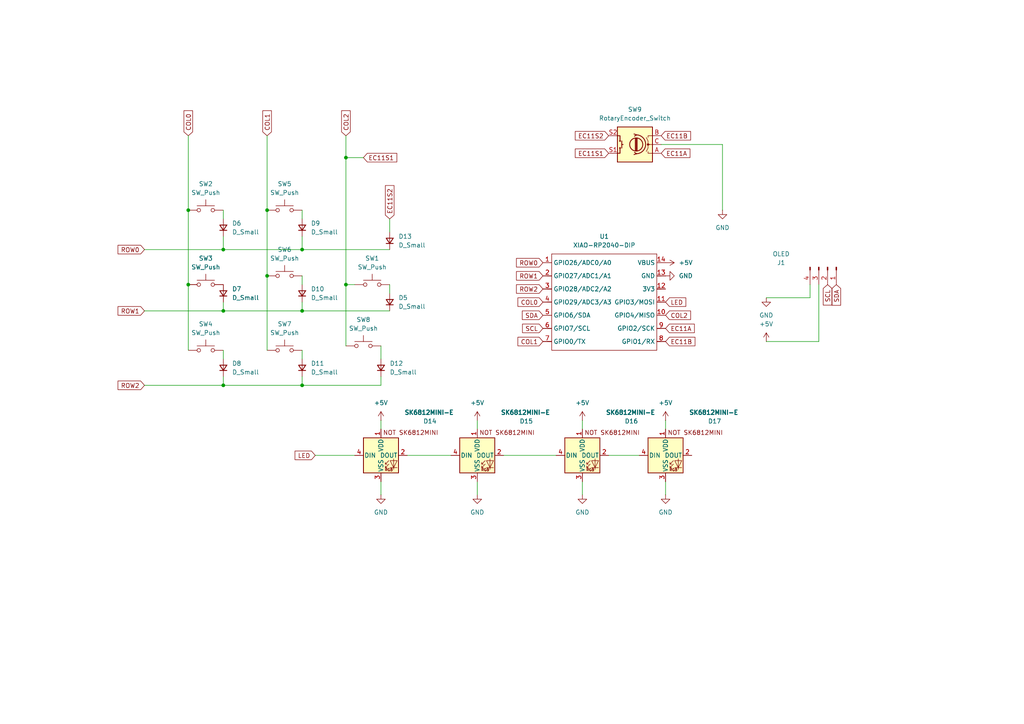
<source format=kicad_sch>
(kicad_sch (version 20250114) (generator "eeschema") (generator_version "9.0")
  (paper "A4")
  (lib_symbols
    (symbol "Connector:Conn_01x04_Pin" (pin_names (offset 1.016) (hide yes))
      (property "Reference" "J" (at 0 5.08 0))
      (property "Value" "Conn_01x04_Pin" (at 0 -7.62 0))
      (symbol "Conn_01x04_Pin_1_1"
        (rectangle (start 0.8636 2.667) (end 0 2.413) (stroke (width 0.1524)) (fill (type outline)))
        (rectangle (start 0.8636 0.127) (end 0 -0.127) (stroke (width 0.1524)) (fill (type outline)))
        (rectangle (start 0.8636 -2.413) (end 0 -2.667) (stroke (width 0.1524)) (fill (type outline)))
        (rectangle (start 0.8636 -4.953) (end 0 -5.207) (stroke (width 0.1524)) (fill (type outline)))
        (polyline (pts (xy 1.27 2.54) (xy 0.8636 2.54)) (stroke (width 0.1524)))
        (polyline (pts (xy 1.27 0) (xy 0.8636 0)) (stroke (width 0.1524)))
        (polyline (pts (xy 1.27 -2.54) (xy 0.8636 -2.54)) (stroke (width 0.1524)))
        (polyline (pts (xy 1.27 -5.08) (xy 0.8636 -5.08)) (stroke (width 0.1524)))
        (pin passive line (at 5.08 2.54 180) (length 3.81) (name "Pin_1") (number "1"))
        (pin passive line (at 5.08 0 180) (length 3.81) (name "Pin_2") (number "2"))
        (pin passive line (at 5.08 -2.54 180) (length 3.81) (name "Pin_3") (number "3"))
        (pin passive line (at 5.08 -5.08 180) (length 3.81) (name "Pin_4") (number "4"))
      )
    )
    (symbol "Device:D_Small" (pin_numbers (hide yes)) (pin_names (offset 0.254) (hide yes))
      (property "Reference" "D" (at -1.27 2.032 0))
      (property "Value" "D_Small" (at -3.81 -2.032 0))
      (symbol "D_Small_0_1"
        (polyline (pts (xy -0.762 0) (xy 0.762 0)))
        (polyline (pts (xy -0.762 -1.016) (xy -0.762 1.016)) (stroke (width 0.254)))
        (polyline (pts (xy 0.762 -1.016) (xy -0.762 0) (xy 0.762 1.016) (xy 0.762 -1.016)) (stroke (width 0.254)))
      )
      (symbol "D_Small_1_1"
        (pin passive line (at -2.54 0 0) (length 1.778) (name "K") (number "1"))
        (pin passive line (at 2.54 0 180) (length 1.778) (name "A") (number "2"))
      )
    )
    (symbol "Device:RotaryEncoder_Switch" (pin_names (offset 0.254) (hide yes))
      (property "Reference" "SW" (at 0 6.604 0))
      (property "Value" "RotaryEncoder_Switch" (at 0 -6.604 0))
      (symbol "RotaryEncoder_Switch_0_1"
        (rectangle (start -5.08 5.08) (end 5.08 -5.08) (stroke (width 0.254)) (fill (type background)))
        (polyline (pts (xy -5.08 2.54) (xy -3.81 2.54) (xy -3.81 2.032)))
        (polyline (pts (xy -5.08 0) (xy -3.81 0) (xy -3.81 -1.016) (xy -3.302 -2.032)))
        (polyline (pts (xy -5.08 -2.54) (xy -3.81 -2.54) (xy -3.81 -2.032)))
        (polyline (pts (xy -4.318 0) (xy -3.81 0) (xy -3.81 1.016) (xy -3.302 2.032)))
        (circle (center -3.81 0) (radius 0.254) (fill (type outline)))
        (polyline (pts (xy -0.635 -1.778) (xy -0.635 1.778)) (stroke (width 0.254)))
        (circle (center -0.381 0) (radius 1.905) (stroke (width 0.254)))
        (polyline (pts (xy -0.381 -1.778) (xy -0.381 1.778)) (stroke (width 0.254)))
        (arc (start -0.381 -2.794) (mid -3.0988 -0.0635) (end -0.381 2.667) (stroke (width 0.254)))
        (polyline (pts (xy -0.127 1.778) (xy -0.127 -1.778)) (stroke (width 0.254)))
        (polyline (pts (xy 0.254 2.921) (xy -0.508 2.667) (xy 0.127 2.286)) (stroke (width 0.254)))
        (polyline (pts (xy 0.254 -3.048) (xy -0.508 -2.794) (xy 0.127 -2.413)) (stroke (width 0.254)))
        (polyline (pts (xy 3.81 1.016) (xy 3.81 -1.016)) (stroke (width 0.254)))
        (polyline (pts (xy 3.81 0) (xy 3.429 0)) (stroke (width 0.254)))
        (circle (center 4.318 1.016) (radius 0.127) (stroke (width 0.254)))
        (circle (center 4.318 -1.016) (radius 0.127) (stroke (width 0.254)))
        (polyline (pts (xy 5.08 2.54) (xy 4.318 2.54) (xy 4.318 1.016)) (stroke (width 0.254)))
        (polyline (pts (xy 5.08 -2.54) (xy 4.318 -2.54) (xy 4.318 -1.016)) (stroke (width 0.254)))
      )
      (symbol "RotaryEncoder_Switch_1_1"
        (pin passive line (at -7.62 2.54 0) (length 2.54) (name "A") (number "A"))
        (pin passive line (at -7.62 0 0) (length 2.54) (name "C") (number "C"))
        (pin passive line (at -7.62 -2.54 0) (length 2.54) (name "B") (number "B"))
        (pin passive line (at 7.62 2.54 180) (length 2.54) (name "S1") (number "S1"))
        (pin passive line (at 7.62 -2.54 180) (length 2.54) (name "S2") (number "S2"))
      )
    )
    (symbol "SK6812MINI-E:SK6812MINI-E" (pin_names (offset 0.254))
      (property "Reference" "D" (at -3.556 5.842 0))
      (property "Value" "SK6812MINI-E" (at 1.27 -5.715 0))
      (symbol "SK6812MINI-E_0_0"
        (text "RGB" (at 2.286 -4.191 0) (effects (font (size 0.762 0.762))))
      )
      (symbol "SK6812MINI-E_0_1"
        (rectangle (start -5.08 5.08) (end 5.08 -5.08) (stroke (width 0.254)) (fill (type background)))
        (polyline (pts (xy 1.27 -2.54) (xy 1.778 -2.54)))
        (polyline (pts (xy 1.27 -3.556) (xy 1.778 -3.556)))
        (polyline (pts (xy 2.286 -1.524) (xy 1.27 -2.54) (xy 1.27 -2.032)))
        (polyline (pts (xy 2.286 -2.54) (xy 1.27 -3.556) (xy 1.27 -3.048)))
        (polyline (pts (xy 3.683 -1.016) (xy 3.683 -3.556) (xy 3.683 -4.064)))
        (polyline (pts (xy 4.699 -1.524) (xy 2.667 -1.524) (xy 3.683 -3.556) (xy 4.699 -1.524)))
        (polyline (pts (xy 4.699 -3.556) (xy 2.667 -3.556)))
      )
      (symbol "SK6812MINI-E_1_1"
        (text "NOT SK6812MINI" (at 8.636 6.604 0) (effects (font (size 1.27 1.27))))
        (pin input line (at -7.62 0 0) (length 2.54) (name "DIN") (number "4"))
        (pin power_in line (at 0 7.62 270) (length 2.54) (name "VDD") (number "1"))
        (pin power_in line (at 0 -7.62 90) (length 2.54) (name "VSS") (number "3"))
        (pin output line (at 7.62 0 180) (length 2.54) (name "DOUT") (number "2"))
      )
    )
    (symbol "Seeed_Studio_XIAO_Series:XIAO-RP2040-DIP"
      (property "Reference" "U" (at 0 0 0))
      (property "Value" "XIAO-RP2040-DIP" (at 5.334 -1.778 0))
      (symbol "XIAO-RP2040-DIP_1_0"
        (polyline (pts (xy -1.27 -2.54) (xy 29.21 -2.54)) (stroke (width 0.1524)))
        (polyline (pts (xy -1.27 -5.08) (xy -2.54 -5.08)) (stroke (width 0.1524)))
        (polyline (pts (xy -1.27 -5.08) (xy -1.27 -2.54)) (stroke (width 0.1524)))
        (polyline (pts (xy -1.27 -8.89) (xy -2.54 -8.89)) (stroke (width 0.1524)))
        (polyline (pts (xy -1.27 -8.89) (xy -1.27 -5.08)) (stroke (width 0.1524)))
        (polyline (pts (xy -1.27 -12.7) (xy -2.54 -12.7)) (stroke (width 0.1524)))
        (polyline (pts (xy -1.27 -12.7) (xy -1.27 -8.89)) (stroke (width 0.1524)))
        (polyline (pts (xy -1.27 -16.51) (xy -2.54 -16.51)) (stroke (width 0.1524)))
        (polyline (pts (xy -1.27 -16.51) (xy -1.27 -12.7)) (stroke (width 0.1524)))
        (polyline (pts (xy -1.27 -20.32) (xy -2.54 -20.32)) (stroke (width 0.1524)))
        (polyline (pts (xy -1.27 -24.13) (xy -2.54 -24.13)) (stroke (width 0.1524)))
        (polyline (pts (xy -1.27 -27.94) (xy -2.54 -27.94)) (stroke (width 0.1524)))
        (polyline (pts (xy -1.27 -30.48) (xy -1.27 -16.51)) (stroke (width 0.1524)))
        (polyline (pts (xy 29.21 -2.54) (xy 29.21 -5.08)) (stroke (width 0.1524)))
        (polyline (pts (xy 29.21 -5.08) (xy 29.21 -8.89)) (stroke (width 0.1524)))
        (polyline (pts (xy 29.21 -8.89) (xy 29.21 -12.7)) (stroke (width 0.1524)))
        (polyline (pts (xy 29.21 -12.7) (xy 29.21 -30.48)) (stroke (width 0.1524)))
        (polyline (pts (xy 29.21 -30.48) (xy -1.27 -30.48)) (stroke (width 0.1524)))
        (polyline (pts (xy 30.48 -5.08) (xy 29.21 -5.08)) (stroke (width 0.1524)))
        (polyline (pts (xy 30.48 -8.89) (xy 29.21 -8.89)) (stroke (width 0.1524)))
        (polyline (pts (xy 30.48 -12.7) (xy 29.21 -12.7)) (stroke (width 0.1524)))
        (polyline (pts (xy 30.48 -16.51) (xy 29.21 -16.51)) (stroke (width 0.1524)))
        (polyline (pts (xy 30.48 -20.32) (xy 29.21 -20.32)) (stroke (width 0.1524)))
        (polyline (pts (xy 30.48 -24.13) (xy 29.21 -24.13)) (stroke (width 0.1524)))
        (polyline (pts (xy 30.48 -27.94) (xy 29.21 -27.94)) (stroke (width 0.1524)))
        (pin passive line (at -3.81 -5.08 0) (length 2.54) (name "GPIO26/ADC0/A0") (number "1"))
        (pin passive line (at -3.81 -8.89 0) (length 2.54) (name "GPIO27/ADC1/A1") (number "2"))
        (pin passive line (at -3.81 -12.7 0) (length 2.54) (name "GPIO28/ADC2/A2") (number "3"))
        (pin passive line (at -3.81 -16.51 0) (length 2.54) (name "GPIO29/ADC3/A3") (number "4"))
        (pin passive line (at -3.81 -20.32 0) (length 2.54) (name "GPIO6/SDA") (number "5"))
        (pin passive line (at -3.81 -24.13 0) (length 2.54) (name "GPIO7/SCL") (number "6"))
        (pin passive line (at -3.81 -27.94 0) (length 2.54) (name "GPIO0/TX") (number "7"))
        (pin passive line (at 31.75 -5.08 180) (length 2.54) (name "VBUS") (number "14"))
        (pin passive line (at 31.75 -8.89 180) (length 2.54) (name "GND") (number "13"))
        (pin passive line (at 31.75 -12.7 180) (length 2.54) (name "3V3") (number "12"))
        (pin passive line (at 31.75 -16.51 180) (length 2.54) (name "GPIO3/MOSI") (number "11"))
        (pin passive line (at 31.75 -20.32 180) (length 2.54) (name "GPIO4/MISO") (number "10"))
        (pin passive line (at 31.75 -24.13 180) (length 2.54) (name "GPIO2/SCK") (number "9"))
        (pin passive line (at 31.75 -27.94 180) (length 2.54) (name "GPIO1/RX") (number "8"))
      )
    )
    (symbol "Switch:SW_Push" (pin_numbers (hide yes)) (pin_names (offset 1.016) (hide yes))
      (property "Reference" "SW" (at 1.27 2.54 0))
      (property "Value" "SW_Push" (at 0 -1.524 0))
      (symbol "SW_Push_0_1"
        (circle (center -2.032 0) (radius 0.508))
        (polyline (pts (xy 0 1.27) (xy 0 3.048)))
        (circle (center 2.032 0) (radius 0.508))
        (polyline (pts (xy 2.54 1.27) (xy -2.54 1.27)))
        (pin passive line (at -5.08 0 0) (length 2.54) (name "1") (number "1"))
        (pin passive line (at 5.08 0 180) (length 2.54) (name "2") (number "2"))
      )
    )
    (symbol "power:+5V" (power) (pin_numbers (hide yes)) (pin_names (offset 0) (hide yes))
      (property "Value" "+5V" (at 0 3.556 0))
      (symbol "+5V_0_1"
        (polyline (pts (xy -0.762 1.27) (xy 0 2.54)))
        (polyline (pts (xy 0 2.54) (xy 0.762 1.27)))
        (polyline (pts (xy 0 0) (xy 0 2.54)))
      )
      (symbol "+5V_1_1"
        (pin power_in line (at 0 0 90) (length 0) (name "~") (number "1"))
      )
    )
    (symbol "power:GND" (power) (pin_numbers (hide yes)) (pin_names (offset 0) (hide yes))
      (property "Value" "GND" (at 0 -3.81 0))
      (symbol "GND_0_1"
        (polyline (pts (xy 0 0) (xy 0 -1.27) (xy 1.27 -1.27) (xy 0 -2.54) (xy -1.27 -1.27) (xy 0 -1.27)))
      )
      (symbol "GND_1_1"
        (pin power_in line (at 0 0 270) (length 0) (name "~") (number "1"))
      )
    )
  )
  (junction (at 100.33 45.72))
  (junction (at 77.47 80.01))
  (junction (at 54.61 60.96))
  (junction (at 64.77 90.17))
  (junction (at 87.63 72.39))
  (junction (at 87.63 90.17))
  (junction (at 64.77 111.76))
  (junction (at 54.61 82.55))
  (junction (at 77.47 60.96))
  (junction (at 100.33 82.55))
  (junction (at 87.63 111.76))
  (junction (at 64.77 72.39))
  (wire (pts (xy 105.41 45.72) (xy 100.33 45.72)))
  (wire (pts (xy 77.47 39.37) (xy 77.47 60.96)))
  (wire (pts (xy 87.63 68.58) (xy 87.63 72.39)))
  (wire (pts (xy 87.63 111.76) (xy 110.49 111.76)))
  (wire (pts (xy 41.91 111.76) (xy 64.77 111.76)))
  (wire (pts (xy 64.77 111.76) (xy 87.63 111.76)))
  (wire (pts (xy 64.77 72.39) (xy 41.91 72.39)))
  (wire (pts (xy 64.77 111.76) (xy 64.77 109.22)))
  (wire (pts (xy 234.95 86.36) (xy 234.95 82.55)))
  (wire (pts (xy 100.33 82.55) (xy 100.33 100.33)))
  (wire (pts (xy 110.49 121.92) (xy 110.49 124.46)))
  (wire (pts (xy 100.33 39.37) (xy 100.33 45.72)))
  (wire (pts (xy 209.55 41.91) (xy 209.55 60.96)))
  (wire (pts (xy 110.49 104.14) (xy 110.49 100.33)))
  (wire (pts (xy 64.77 68.58) (xy 64.77 72.39)))
  (wire (pts (xy 110.49 139.7) (xy 110.49 143.51)))
  (wire (pts (xy 100.33 45.72) (xy 100.33 82.55)))
  (wire (pts (xy 54.61 60.96) (xy 54.61 82.55)))
  (wire (pts (xy 77.47 80.01) (xy 77.47 101.6)))
  (wire (pts (xy 77.47 60.96) (xy 77.47 80.01)))
  (wire (pts (xy 168.91 121.92) (xy 168.91 124.46)))
  (wire (pts (xy 113.03 63.5) (xy 113.03 67.31)))
  (wire (pts (xy 87.63 90.17) (xy 113.03 90.17)))
  (wire (pts (xy 118.11 132.08) (xy 130.81 132.08)))
  (wire (pts (xy 146.05 132.08) (xy 161.29 132.08)))
  (wire (pts (xy 193.04 121.92) (xy 193.04 124.46)))
  (wire (pts (xy 110.49 111.76) (xy 110.49 109.22)))
  (wire (pts (xy 64.77 72.39) (xy 87.63 72.39)))
  (wire (pts (xy 87.63 82.55) (xy 87.63 80.01)))
  (wire (pts (xy 222.25 86.36) (xy 234.95 86.36)))
  (wire (pts (xy 138.43 139.7) (xy 138.43 143.51)))
  (wire (pts (xy 191.77 41.91) (xy 209.55 41.91)))
  (wire (pts (xy 64.77 63.5) (xy 64.77 60.96)))
  (wire (pts (xy 237.49 99.06) (xy 237.49 82.55)))
  (wire (pts (xy 64.77 104.14) (xy 64.77 101.6)))
  (wire (pts (xy 176.53 132.08) (xy 185.42 132.08)))
  (wire (pts (xy 113.03 85.09) (xy 113.03 82.55)))
  (wire (pts (xy 138.43 121.92) (xy 138.43 124.46)))
  (wire (pts (xy 87.63 111.76) (xy 87.63 109.22)))
  (wire (pts (xy 193.04 139.7) (xy 193.04 143.51)))
  (wire (pts (xy 87.63 72.39) (xy 113.03 72.39)))
  (wire (pts (xy 87.63 104.14) (xy 87.63 101.6)))
  (wire (pts (xy 222.25 99.06) (xy 237.49 99.06)))
  (wire (pts (xy 100.33 82.55) (xy 102.87 82.55)))
  (wire (pts (xy 54.61 82.55) (xy 54.61 101.6)))
  (wire (pts (xy 168.91 139.7) (xy 168.91 143.51)))
  (wire (pts (xy 91.44 132.08) (xy 102.87 132.08)))
  (wire (pts (xy 54.61 39.37) (xy 54.61 60.96)))
  (wire (pts (xy 64.77 90.17) (xy 87.63 90.17)))
  (wire (pts (xy 87.63 63.5) (xy 87.63 60.96)))
  (wire (pts (xy 64.77 87.63) (xy 64.77 90.17)))
  (wire (pts (xy 64.77 90.17) (xy 41.91 90.17)))
  (wire (pts (xy 87.63 87.63) (xy 87.63 90.17)))
  (global_label "COL0" (shape input) (at 157.48 87.63 180) (property "Intersheetrefs" "${INTERSHEET_REFS}" (effects (hide yes))))
  (global_label "SDA" (shape input) (at 242.57 82.55 270) (property "Intersheetrefs" "${INTERSHEET_REFS}" (effects (hide yes))))
  (global_label "EC11S1" (shape input) (at 176.53 44.45 180) (property "Intersheetrefs" "${INTERSHEET_REFS}" (effects (hide yes))))
  (global_label "EC11A" (shape input) (at 193.04 95.25 0) (property "Intersheetrefs" "${INTERSHEET_REFS}" (effects (hide yes))))
  (global_label "COL2" (shape input) (at 193.04 91.44 0) (property "Intersheetrefs" "${INTERSHEET_REFS}" (effects (hide yes))))
  (global_label "EC11A" (shape input) (at 191.77 44.45 0) (property "Intersheetrefs" "${INTERSHEET_REFS}" (effects (hide yes))))
  (global_label "COL1" (shape input) (at 77.47 39.37 90) (property "Intersheetrefs" "${INTERSHEET_REFS}" (effects (hide yes))))
  (global_label "COL1" (shape input) (at 157.48 99.06 180) (property "Intersheetrefs" "${INTERSHEET_REFS}" (effects (hide yes))))
  (global_label "ROW1" (shape input) (at 157.48 80.01 180) (property "Intersheetrefs" "${INTERSHEET_REFS}" (effects (hide yes))))
  (global_label "SDA" (shape input) (at 157.48 91.44 180) (property "Intersheetrefs" "${INTERSHEET_REFS}" (effects (hide yes))))
  (global_label "ROW1" (shape input) (at 41.91 90.17 180) (property "Intersheetrefs" "${INTERSHEET_REFS}" (effects (hide yes))))
  (global_label "ROW0" (shape input) (at 157.48 76.2 180) (property "Intersheetrefs" "${INTERSHEET_REFS}" (effects (hide yes))))
  (global_label "EC11B" (shape input) (at 193.04 99.06 0) (property "Intersheetrefs" "${INTERSHEET_REFS}" (effects (hide yes))))
  (global_label "ROW2" (shape input) (at 157.48 83.82 180) (property "Intersheetrefs" "${INTERSHEET_REFS}" (effects (hide yes))))
  (global_label "SCL" (shape input) (at 240.03 82.55 270) (property "Intersheetrefs" "${INTERSHEET_REFS}" (effects (hide yes))))
  (global_label "LED" (shape input) (at 193.04 87.63 0) (property "Intersheetrefs" "${INTERSHEET_REFS}" (effects (hide yes))))
  (global_label "EC11S1" (shape input) (at 105.41 45.72 0) (property "Intersheetrefs" "${INTERSHEET_REFS}" (effects (hide yes))))
  (global_label "COL2" (shape input) (at 100.33 39.37 90) (property "Intersheetrefs" "${INTERSHEET_REFS}" (effects (hide yes))))
  (global_label "EC11S2" (shape input) (at 176.53 39.37 180) (property "Intersheetrefs" "${INTERSHEET_REFS}" (effects (hide yes))))
  (global_label "EC11S2" (shape input) (at 113.03 63.5 90) (property "Intersheetrefs" "${INTERSHEET_REFS}" (effects (hide yes))))
  (global_label "COL0" (shape input) (at 54.61 39.37 90) (property "Intersheetrefs" "${INTERSHEET_REFS}" (effects (hide yes))))
  (global_label "EC11B" (shape input) (at 191.77 39.37 0) (property "Intersheetrefs" "${INTERSHEET_REFS}" (effects (hide yes))))
  (global_label "ROW2" (shape input) (at 41.91 111.76 180) (property "Intersheetrefs" "${INTERSHEET_REFS}" (effects (hide yes))))
  (global_label "SCL" (shape input) (at 157.48 95.25 180) (property "Intersheetrefs" "${INTERSHEET_REFS}" (effects (hide yes))))
  (global_label "ROW0" (shape input) (at 41.91 72.39 180) (property "Intersheetrefs" "${INTERSHEET_REFS}" (effects (hide yes))))
  (global_label "LED" (shape input) (at 91.44 132.08 180) (property "Intersheetrefs" "${INTERSHEET_REFS}" (effects (hide yes))))
  (symbol (lib_id "Switch:SW_Push") (at 59.69 101.6 0) (unit 1)
    (property "Reference" "SW4" (at 59.69 93.98 0))
    (property "Value" "SW_Push" (at 59.69 96.52 0))
    (property "Footprint" "Button_Switch_Keyboard:SW_Cherry_MX_1.00u_PCB" (effects (hide yes)))
    (property "Description" "Push button switch, generic, two pins" (effects (hide yes)))
  )
  (symbol (lib_id "Switch:SW_Push") (at 82.55 80.01 0) (unit 1)
    (property "Reference" "SW6" (at 82.55 72.39 0))
    (property "Value" "SW_Push" (at 82.55 74.93 0))
    (property "Footprint" "Button_Switch_Keyboard:SW_Cherry_MX_1.00u_PCB" (effects (hide yes)))
    (property "Description" "Push button switch, generic, two pins" (effects (hide yes)))
  )
  (symbol (lib_id "Switch:SW_Push") (at 107.95 82.55 0) (unit 1)
    (property "Reference" "SW1" (at 107.95 74.93 0))
    (property "Value" "SW_Push" (at 107.95 77.47 0))
    (property "Footprint" "Button_Switch_Keyboard:SW_Cherry_MX_1.00u_PCB" (effects (hide yes)))
    (property "Description" "Push button switch, generic, two pins" (effects (hide yes)))
  )
  (symbol (lib_id "power:GND") (at 222.25 86.36 0) (unit 1)
    (property "Reference" "#PWR02" (effects (hide yes)))
    (property "Value" "GND" (at 222.25 91.44 0))
    (property "Description" "Power symbol creates a global label with name \"GND\" , ground" (effects (hide yes)))
  )
  (symbol (lib_id "Device:D_Small") (at 87.63 106.68 90) (unit 1)
    (property "Reference" "D11" (at 90.17 105.4099 90) (effects (justify right)))
    (property "Value" "D_Small" (at 90.17 107.9499 90) (effects (justify right)))
    (property "Footprint" "Diode_THT:D_DO-35_SOD27_P7.62mm_Horizontal" (effects (hide yes)))
    (property "Description" "Diode, small symbol" (effects (hide yes)))
    (property "Sim.Device" "D" (effects (hide yes)))
    (property "Sim.Pins" "1=K 2=A" (effects (hide yes)))
  )
  (symbol (lib_id "Seeed_Studio_XIAO_Series:XIAO-RP2040-DIP") (at 161.29 71.12 0) (unit 1)
    (property "Reference" "U1" (at 175.26 68.58 0))
    (property "Value" "XIAO-RP2040-DIP" (at 175.26 71.12 0))
    (property "Footprint" "Seeed Studio XIAO Series Library:XIAO-RP2040-DIP" (effects (hide yes)))
  )
  (symbol (lib_id "SK6812MINI-E:SK6812MINI-E") (at 138.43 132.08 0) (unit 1)
    (property "Reference" "D15" (at 152.654 122.174 0))
    (property "Value" "SK6812MINI-E" (at 152.4 119.634 0) (effects (font (thickness 0.254) (bold yes))))
    (property "Footprint" "Hackpad:SK6812MINI-E_fixed" (effects (hide yes)))
    (property "Datasheet" "https://cdn-shop.adafruit.com/product-files/4960/4960_SK6812MINI-E_REV02_EN.pdf" (effects (hide yes)))
    (property "Description" "RGB LED with integrated controller" (effects (hide yes)))
  )
  (symbol (lib_id "power:+5V") (at 110.49 121.92 0) (unit 1)
    (property "Reference" "#PWR015" (effects (hide yes)))
    (property "Value" "+5V" (at 110.49 116.84 0))
    (property "Description" "Power symbol creates a global label with name \"+5V\"" (effects (hide yes)))
  )
  (symbol (lib_id "power:GND") (at 193.04 143.51 0) (unit 1)
    (property "Reference" "#PWR021" (effects (hide yes)))
    (property "Value" "GND" (at 193.04 148.59 0))
    (property "Description" "Power symbol creates a global label with name \"GND\" , ground" (effects (hide yes)))
  )
  (symbol (lib_id "Device:D_Small") (at 110.49 106.68 90) (unit 1)
    (property "Reference" "D12" (at 113.03 105.4099 90) (effects (justify right)))
    (property "Value" "D_Small" (at 113.03 107.9499 90) (effects (justify right)))
    (property "Footprint" "Diode_THT:D_DO-35_SOD27_P7.62mm_Horizontal" (effects (hide yes)))
    (property "Description" "Diode, small symbol" (effects (hide yes)))
    (property "Sim.Device" "D" (effects (hide yes)))
    (property "Sim.Pins" "1=K 2=A" (effects (hide yes)))
  )
  (symbol (lib_id "Device:D_Small") (at 64.77 106.68 90) (unit 1)
    (property "Reference" "D8" (at 67.31 105.4099 90) (effects (justify right)))
    (property "Value" "D_Small" (at 67.31 107.9499 90) (effects (justify right)))
    (property "Footprint" "Diode_THT:D_DO-35_SOD27_P7.62mm_Horizontal" (effects (hide yes)))
    (property "Description" "Diode, small symbol" (effects (hide yes)))
    (property "Sim.Device" "D" (effects (hide yes)))
    (property "Sim.Pins" "1=K 2=A" (effects (hide yes)))
  )
  (symbol (lib_id "Device:RotaryEncoder_Switch") (at 184.15 41.91 180) (unit 1)
    (property "Reference" "SW9" (at 184.15 31.75 0))
    (property "Value" "RotaryEncoder_Switch" (at 184.15 34.29 0))
    (property "Footprint" "Rotary_Encoder:RotaryEncoder_Alps_EC11E-Switch_Vertical_H20mm" (effects (hide yes)))
    (property "Description" "Rotary encoder, dual channel, incremental quadrate outputs, with switch" (effects (hide yes)))
  )
  (symbol (lib_id "Connector:Conn_01x04_Pin") (at 240.03 77.47 270) (unit 1)
    (property "Reference" "J1" (at 226.568 76.2 90))
    (property "Value" "OLED" (at 226.568 73.66 90))
    (property "Footprint" "oled:SSD1306-0.91-OLED-4pin-128x32" (effects (hide yes)))
    (property "Description" "Generic connector, single row, 01x04, script generated" (effects (hide yes)))
  )
  (symbol (lib_id "SK6812MINI-E:SK6812MINI-E") (at 168.91 132.08 0) (unit 1)
    (property "Reference" "D16" (at 183.134 122.174 0))
    (property "Value" "SK6812MINI-E" (at 182.88 119.634 0) (effects (font (thickness 0.254) (bold yes))))
    (property "Footprint" "Hackpad:SK6812MINI-E_fixed" (effects (hide yes)))
    (property "Datasheet" "https://cdn-shop.adafruit.com/product-files/4960/4960_SK6812MINI-E_REV02_EN.pdf" (effects (hide yes)))
    (property "Description" "RGB LED with integrated controller" (effects (hide yes)))
  )
  (symbol (lib_id "power:+5V") (at 193.04 76.2 270) (unit 1)
    (property "Reference" "#PWR013" (effects (hide yes)))
    (property "Value" "+5V" (at 196.85 76.1999 90) (effects (justify left)))
    (property "Description" "Power symbol creates a global label with name \"+5V\"" (effects (hide yes)))
  )
  (symbol (lib_id "power:GND") (at 138.43 143.51 0) (unit 1)
    (property "Reference" "#PWR017" (effects (hide yes)))
    (property "Value" "GND" (at 138.43 148.59 0))
    (property "Description" "Power symbol creates a global label with name \"GND\" , ground" (effects (hide yes)))
  )
  (symbol (lib_id "power:GND") (at 168.91 143.51 0) (unit 1)
    (property "Reference" "#PWR019" (effects (hide yes)))
    (property "Value" "GND" (at 168.91 148.59 0))
    (property "Description" "Power symbol creates a global label with name \"GND\" , ground" (effects (hide yes)))
  )
  (symbol (lib_id "Device:D_Small") (at 64.77 85.09 90) (unit 1)
    (property "Reference" "D7" (at 67.31 83.8199 90) (effects (justify right)))
    (property "Value" "D_Small" (at 67.31 86.3599 90) (effects (justify right)))
    (property "Footprint" "Diode_THT:D_DO-35_SOD27_P7.62mm_Horizontal" (effects (hide yes)))
    (property "Description" "Diode, small symbol" (effects (hide yes)))
    (property "Sim.Device" "D" (effects (hide yes)))
    (property "Sim.Pins" "1=K 2=A" (effects (hide yes)))
  )
  (symbol (lib_id "Device:D_Small") (at 64.77 66.04 90) (unit 1)
    (property "Reference" "D6" (at 67.31 64.7699 90) (effects (justify right)))
    (property "Value" "D_Small" (at 67.31 67.3099 90) (effects (justify right)))
    (property "Footprint" "Diode_THT:D_DO-35_SOD27_P7.62mm_Horizontal" (effects (hide yes)))
    (property "Description" "Diode, small symbol" (effects (hide yes)))
    (property "Sim.Device" "D" (effects (hide yes)))
    (property "Sim.Pins" "1=K 2=A" (effects (hide yes)))
  )
  (symbol (lib_id "power:+5V") (at 168.91 121.92 0) (unit 1)
    (property "Reference" "#PWR018" (effects (hide yes)))
    (property "Value" "+5V" (at 168.91 116.84 0))
    (property "Description" "Power symbol creates a global label with name \"+5V\"" (effects (hide yes)))
  )
  (symbol (lib_id "power:+5V") (at 193.04 121.92 0) (unit 1)
    (property "Reference" "#PWR020" (effects (hide yes)))
    (property "Value" "+5V" (at 193.04 116.84 0))
    (property "Description" "Power symbol creates a global label with name \"+5V\"" (effects (hide yes)))
  )
  (symbol (lib_id "Device:D_Small") (at 113.03 87.63 90) (unit 1)
    (property "Reference" "D5" (at 115.57 86.3599 90) (effects (justify right)))
    (property "Value" "D_Small" (at 115.57 88.8999 90) (effects (justify right)))
    (property "Footprint" "Diode_THT:D_DO-35_SOD27_P7.62mm_Horizontal" (effects (hide yes)))
    (property "Description" "Diode, small symbol" (effects (hide yes)))
    (property "Sim.Device" "D" (effects (hide yes)))
    (property "Sim.Pins" "1=K 2=A" (effects (hide yes)))
  )
  (symbol (lib_id "Switch:SW_Push") (at 82.55 101.6 0) (unit 1)
    (property "Reference" "SW7" (at 82.55 93.98 0))
    (property "Value" "SW_Push" (at 82.55 96.52 0))
    (property "Footprint" "Button_Switch_Keyboard:SW_Cherry_MX_1.00u_PCB" (effects (hide yes)))
    (property "Description" "Push button switch, generic, two pins" (effects (hide yes)))
  )
  (symbol (lib_id "power:+5V") (at 138.43 121.92 0) (unit 1)
    (property "Reference" "#PWR016" (effects (hide yes)))
    (property "Value" "+5V" (at 138.43 116.84 0))
    (property "Description" "Power symbol creates a global label with name \"+5V\"" (effects (hide yes)))
  )
  (symbol (lib_id "power:+5V") (at 222.25 99.06 0) (unit 1)
    (property "Reference" "#PWR03" (effects (hide yes)))
    (property "Value" "+5V" (at 222.25 93.98 0))
    (property "Description" "Power symbol creates a global label with name \"+5V\"" (effects (hide yes)))
  )
  (symbol (lib_id "Device:D_Small") (at 87.63 66.04 90) (unit 1)
    (property "Reference" "D9" (at 90.17 64.7699 90) (effects (justify right)))
    (property "Value" "D_Small" (at 90.17 67.3099 90) (effects (justify right)))
    (property "Footprint" "Diode_THT:D_DO-35_SOD27_P7.62mm_Horizontal" (effects (hide yes)))
    (property "Description" "Diode, small symbol" (effects (hide yes)))
    (property "Sim.Device" "D" (effects (hide yes)))
    (property "Sim.Pins" "1=K 2=A" (effects (hide yes)))
  )
  (symbol (lib_id "SK6812MINI-E:SK6812MINI-E") (at 193.04 132.08 0) (unit 1)
    (property "Reference" "D17" (at 207.264 122.174 0))
    (property "Value" "SK6812MINI-E" (at 207.01 119.634 0) (effects (font (thickness 0.254) (bold yes))))
    (property "Footprint" "Hackpad:SK6812MINI-E_fixed" (effects (hide yes)))
    (property "Datasheet" "https://cdn-shop.adafruit.com/product-files/4960/4960_SK6812MINI-E_REV02_EN.pdf" (effects (hide yes)))
    (property "Description" "RGB LED with integrated controller" (effects (hide yes)))
  )
  (symbol (lib_id "Device:D_Small") (at 113.03 69.85 90) (unit 1)
    (property "Reference" "D13" (at 115.57 68.5799 90) (effects (justify right)))
    (property "Value" "D_Small" (at 115.57 71.1199 90) (effects (justify right)))
    (property "Footprint" "Diode_THT:D_DO-35_SOD27_P7.62mm_Horizontal" (effects (hide yes)))
    (property "Description" "Diode, small symbol" (effects (hide yes)))
    (property "Sim.Device" "D" (effects (hide yes)))
    (property "Sim.Pins" "1=K 2=A" (effects (hide yes)))
  )
  (symbol (lib_id "power:GND") (at 209.55 60.96 0) (unit 1)
    (property "Reference" "#PWR01" (effects (hide yes)))
    (property "Value" "GND" (at 209.55 66.04 0))
    (property "Description" "Power symbol creates a global label with name \"GND\" , ground" (effects (hide yes)))
  )
  (symbol (lib_id "power:GND") (at 110.49 143.51 0) (unit 1)
    (property "Reference" "#PWR014" (effects (hide yes)))
    (property "Value" "GND" (at 110.49 148.59 0))
    (property "Description" "Power symbol creates a global label with name \"GND\" , ground" (effects (hide yes)))
  )
  (symbol (lib_id "Switch:SW_Push") (at 59.69 82.55 0) (unit 1)
    (property "Reference" "SW3" (at 59.69 74.93 0))
    (property "Value" "SW_Push" (at 59.69 77.47 0))
    (property "Footprint" "Button_Switch_Keyboard:SW_Cherry_MX_1.00u_PCB" (effects (hide yes)))
    (property "Description" "Push button switch, generic, two pins" (effects (hide yes)))
  )
  (symbol (lib_id "Switch:SW_Push") (at 59.69 60.96 0) (unit 1)
    (property "Reference" "SW2" (at 59.69 53.34 0))
    (property "Value" "SW_Push" (at 59.69 55.88 0))
    (property "Footprint" "Button_Switch_Keyboard:SW_Cherry_MX_1.00u_PCB" (effects (hide yes)))
    (property "Description" "Push button switch, generic, two pins" (effects (hide yes)))
  )
  (symbol (lib_id "Switch:SW_Push") (at 82.55 60.96 0) (unit 1)
    (property "Reference" "SW5" (at 82.55 53.34 0))
    (property "Value" "SW_Push" (at 82.55 55.88 0))
    (property "Footprint" "Button_Switch_Keyboard:SW_Cherry_MX_1.00u_PCB" (effects (hide yes)))
    (property "Description" "Push button switch, generic, two pins" (effects (hide yes)))
  )
  (symbol (lib_id "Device:D_Small") (at 87.63 85.09 90) (unit 1)
    (property "Reference" "D10" (at 90.17 83.8199 90) (effects (justify right)))
    (property "Value" "D_Small" (at 90.17 86.3599 90) (effects (justify right)))
    (property "Footprint" "Diode_THT:D_DO-35_SOD27_P7.62mm_Horizontal" (effects (hide yes)))
    (property "Description" "Diode, small symbol" (effects (hide yes)))
    (property "Sim.Device" "D" (effects (hide yes)))
    (property "Sim.Pins" "1=K 2=A" (effects (hide yes)))
  )
  (symbol (lib_id "Switch:SW_Push") (at 105.41 100.33 0) (unit 1)
    (property "Reference" "SW8" (at 105.41 92.71 0))
    (property "Value" "SW_Push" (at 105.41 95.25 0))
    (property "Footprint" "Button_Switch_Keyboard:SW_Cherry_MX_1.00u_PCB" (effects (hide yes)))
    (property "Description" "Push button switch, generic, two pins" (effects (hide yes)))
  )
  (symbol (lib_id "SK6812MINI-E:SK6812MINI-E") (at 110.49 132.08 0) (unit 1)
    (property "Reference" "D14" (at 124.714 122.174 0))
    (property "Value" "SK6812MINI-E" (at 124.46 119.634 0) (effects (font (thickness 0.254) (bold yes))))
    (property "Footprint" "Hackpad:SK6812MINI-E_fixed" (effects (hide yes)))
    (property "Datasheet" "https://cdn-shop.adafruit.com/product-files/4960/4960_SK6812MINI-E_REV02_EN.pdf" (effects (hide yes)))
    (property "Description" "RGB LED with integrated controller" (effects (hide yes)))
  )
  (symbol (lib_id "power:GND") (at 193.04 80.01 90) (unit 1)
    (property "Reference" "#PWR012" (effects (hide yes)))
    (property "Value" "GND" (at 196.85 80.0099 90) (effects (justify right)))
    (property "Description" "Power symbol creates a global label with name \"GND\" , ground" (effects (hide yes)))
  )
)
</source>
